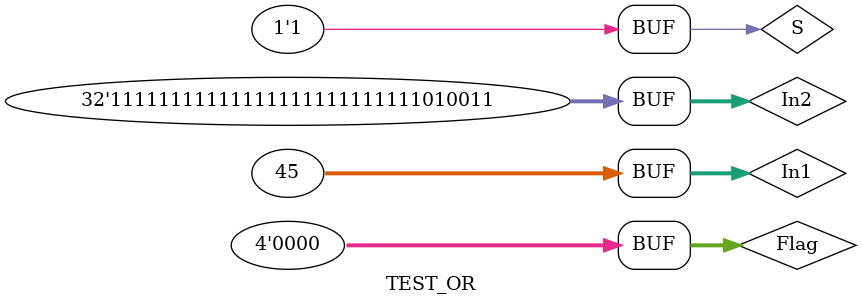
<source format=v>
module TEST_OR;	//[N, Z, C, V}]
reg signed [31:0] In1, In2;
reg S;
reg [3:0] Flag;
wire signed [31:0] Result;
wire [3:0] New_Flag;

initial
begin

In1=2; In2=3; Flag=4'b0000; S=1; 
#10 In1=1; In2=-3; S=1; 
#10 In1=-6; In2=-2; S=1;
#10 In1=32'b11111111111111111111111111111111; In2=9; S=1;
#10 In1=32'b10101010101010101010101010101010; In2=32'b00000000111111111100000000000000; S=1;
#10 In1=45; In2=-45; S=1;
end
initial
begin
$monitor($time, " In1.=%b, In2.=%b, Result=%b, Flag=%b", In1, In2, Result, New_Flag);
end
OR or1(In1, In2, Result, Flag, S, New_Flag);

endmodule

</source>
